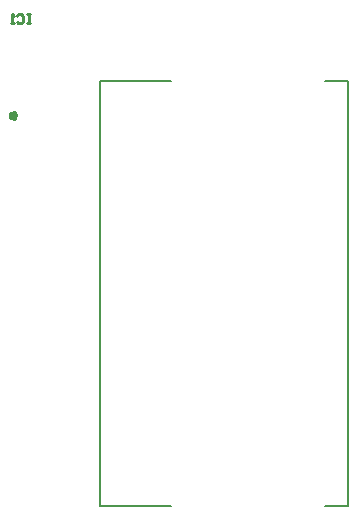
<source format=gbo>
G04*
G04 #@! TF.GenerationSoftware,Altium Limited,Altium Designer,19.0.12 (326)*
G04*
G04 Layer_Color=32896*
%FSLAX25Y25*%
%MOIN*%
G70*
G01*
G75*
%ADD12C,0.00787*%
%ADD13C,0.01000*%
%ADD86C,0.01575*%
D12*
X474426Y228486D02*
Y370219D01*
X391749Y228486D02*
Y370219D01*
X415371D01*
X466552D02*
X474426D01*
X391749Y228486D02*
X415371D01*
X466552D02*
X474426D01*
D13*
X368500Y392599D02*
X367500D01*
X368000D01*
Y389600D01*
X368500D01*
X367500D01*
X364001Y392099D02*
X364501Y392599D01*
X365501D01*
X366001Y392099D01*
Y390100D01*
X365501Y389600D01*
X364501D01*
X364001Y390100D01*
X363002Y389600D02*
X362002D01*
X362502D01*
Y392599D01*
X363002Y392099D01*
D86*
X363403Y358800D02*
X362859Y359549D01*
X361978Y359263D01*
Y358337D01*
X362859Y358051D01*
X363403Y358800D01*
M02*

</source>
